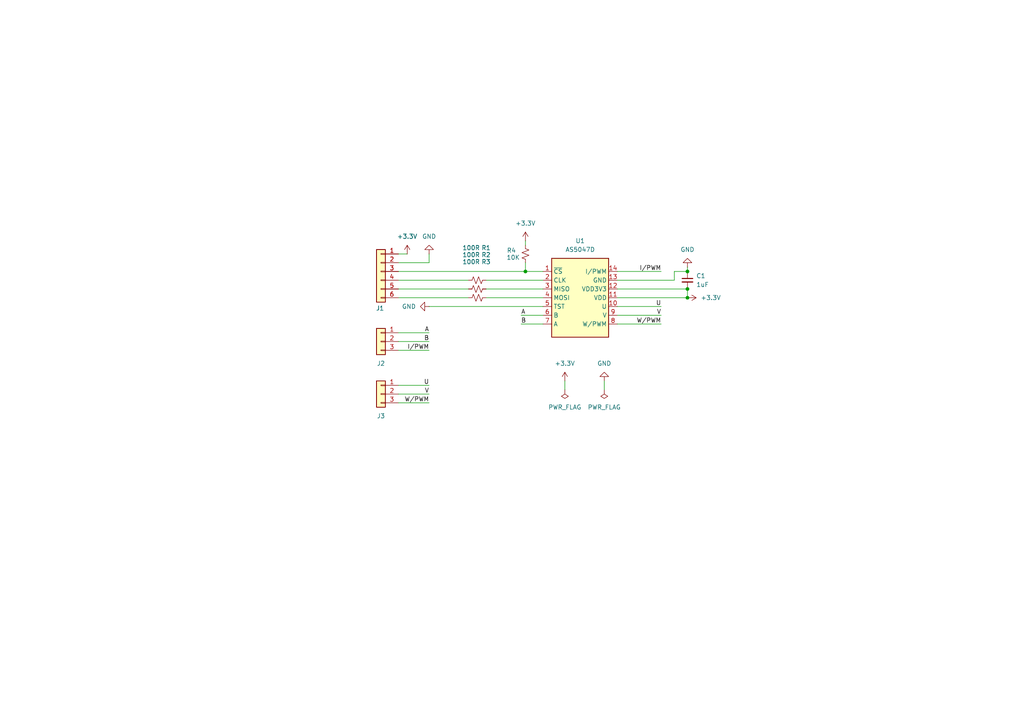
<source format=kicad_sch>
(kicad_sch (version 20231120) (generator "eeschema") (generator_version "8.0")
  (paper "A4")
  (lib_symbols
    (symbol "Connector_Generic:Conn_01x03" (pin_names (offset 1.016) hide)
      (property "Reference" "J" (at 0 5.08 0))
      (property "Value" "Conn_01x03" (at 0 -5.08 0))
      (symbol "Conn_01x03_1_1"
        (rectangle (start -1.27 -2.413) (end 0 -2.667) (stroke (width 0.1524)))
        (rectangle (start -1.27 0.127) (end 0 -0.127) (stroke (width 0.1524)))
        (rectangle (start -1.27 2.667) (end 0 2.413) (stroke (width 0.1524)))
        (rectangle (start -1.27 3.81) (end 1.27 -3.81) (stroke (width 0.254)) (fill (type background)))
        (pin passive line (at -5.08 2.54 0) (length 3.81) (name "Pin_1") (number "1"))
        (pin passive line (at -5.08 0 0) (length 3.81) (name "Pin_2") (number "2"))
        (pin passive line (at -5.08 -2.54 0) (length 3.81) (name "Pin_3") (number "3"))
      )
    )
    (symbol "Connector_Generic:Conn_01x06" (pin_names (offset 1.016) hide)
      (property "Reference" "J" (at 0 7.62 0))
      (property "Value" "Conn_01x06" (at 0 -10.16 0))
      (symbol "Conn_01x06_1_1"
        (rectangle (start -1.27 -7.493) (end 0 -7.747) (stroke (width 0.1524)))
        (rectangle (start -1.27 -4.953) (end 0 -5.207) (stroke (width 0.1524)))
        (rectangle (start -1.27 -2.413) (end 0 -2.667) (stroke (width 0.1524)))
        (rectangle (start -1.27 0.127) (end 0 -0.127) (stroke (width 0.1524)))
        (rectangle (start -1.27 2.667) (end 0 2.413) (stroke (width 0.1524)))
        (rectangle (start -1.27 5.207) (end 0 4.953) (stroke (width 0.1524)))
        (rectangle (start -1.27 6.35) (end 1.27 -8.89) (stroke (width 0.254)) (fill (type background)))
        (pin passive line (at -5.08 5.08 0) (length 3.81) (name "Pin_1") (number "1"))
        (pin passive line (at -5.08 2.54 0) (length 3.81) (name "Pin_2") (number "2"))
        (pin passive line (at -5.08 0 0) (length 3.81) (name "Pin_3") (number "3"))
        (pin passive line (at -5.08 -2.54 0) (length 3.81) (name "Pin_4") (number "4"))
        (pin passive line (at -5.08 -5.08 0) (length 3.81) (name "Pin_5") (number "5"))
        (pin passive line (at -5.08 -7.62 0) (length 3.81) (name "Pin_6") (number "6"))
      )
    )
    (symbol "Device:C_Small" (pin_numbers hide) (pin_names (offset 0.254) hide)
      (property "Reference" "C" (at 0.254 1.778 0))
      (property "Value" "C_Small" (at 0.254 -2.032 0))
      (symbol "C_Small_0_1"
        (polyline (pts (xy -1.524 -0.508) (xy 1.524 -0.508)) (stroke (width 0.3302)))
        (polyline (pts (xy -1.524 0.508) (xy 1.524 0.508)) (stroke (width 0.3048)))
      )
      (symbol "C_Small_1_1"
        (pin passive line (at 0 2.54 270) (length 2.032) (name "~") (number "1"))
        (pin passive line (at 0 -2.54 90) (length 2.032) (name "~") (number "2"))
      )
    )
    (symbol "Device:R_Small_US" (pin_numbers hide) (pin_names (offset 0.254) hide)
      (property "Reference" "R" (at 0.762 0.508 0))
      (property "Value" "R_Small_US" (at 0.762 -1.016 0))
      (symbol "R_Small_US_1_1"
        (polyline (pts (xy 0 0) (xy 1.016 -0.381) (xy 0 -0.762) (xy -1.016 -1.143) (xy 0 -1.524)))
        (polyline (pts (xy 0 1.524) (xy 1.016 1.143) (xy 0 0.762) (xy -1.016 0.381) (xy 0 0)))
        (pin passive line (at 0 2.54 270) (length 1.016) (name "~") (number "1"))
        (pin passive line (at 0 -2.54 90) (length 1.016) (name "~") (number "2"))
      )
    )
    (symbol "User_Sensor:AS5047D"
      (property "Reference" "U" (at -8.89 13.716 0))
      (property "Value" "AS5047D" (at -5.842 -14.732 0))
      (symbol "AS5047D_1_1"
        (rectangle (start -10.16 11.43) (end 6.35 -11.43) (stroke (width 0.254)) (fill (type background)))
        (pin input line (at -12.7 7.62 0) (length 2.54) (name "~{CS}") (number "1"))
        (pin output line (at 8.89 -2.54 180) (length 2.54) (name "U") (number "10"))
        (pin power_in line (at 8.89 0 180) (length 2.54) (name "VDD") (number "11"))
        (pin power_in line (at 8.89 2.54 180) (length 2.54) (name "VDD3V3") (number "12"))
        (pin power_in line (at 8.89 5.08 180) (length 2.54) (name "GND") (number "13"))
        (pin output line (at 8.89 7.62 180) (length 2.54) (name "I/PWM") (number "14"))
        (pin input line (at -12.7 5.08 0) (length 2.54) (name "CLK") (number "2"))
        (pin output line (at -12.7 2.54 0) (length 2.54) (name "MISO") (number "3"))
        (pin input line (at -12.7 0 0) (length 2.54) (name "MOSI") (number "4"))
        (pin input line (at -12.7 -2.54 0) (length 2.54) (name "TST") (number "5"))
        (pin output line (at -12.7 -5.08 0) (length 2.54) (name "B") (number "6"))
        (pin output line (at -12.7 -7.62 0) (length 2.54) (name "A") (number "7"))
        (pin output line (at 8.89 -7.62 180) (length 2.54) (name "W/PWM") (number "8"))
        (pin output line (at 8.89 -5.08 180) (length 2.54) (name "V") (number "9"))
      )
    )
    (symbol "power:+3.3V" (power) (pin_numbers hide) (pin_names (offset 0) hide)
      (property "Value" "+3.3V" (at 0 3.556 0))
      (symbol "+3.3V_0_1"
        (polyline (pts (xy -0.762 1.27) (xy 0 2.54)))
        (polyline (pts (xy 0 0) (xy 0 2.54)))
        (polyline (pts (xy 0 2.54) (xy 0.762 1.27)))
      )
      (symbol "+3.3V_1_1"
        (pin power_in line (at 0 0 90) (length 0) (name "~") (number "1"))
      )
    )
    (symbol "power:GND" (power) (pin_numbers hide) (pin_names (offset 0) hide)
      (property "Value" "GND" (at 0 -3.81 0))
      (symbol "GND_0_1"
        (polyline (pts (xy 0 0) (xy 0 -1.27) (xy 1.27 -1.27) (xy 0 -2.54) (xy -1.27 -1.27) (xy 0 -1.27)))
      )
      (symbol "GND_1_1"
        (pin power_in line (at 0 0 270) (length 0) (name "~") (number "1"))
      )
    )
    (symbol "power:PWR_FLAG" (power) (pin_numbers hide) (pin_names (offset 0) hide)
      (property "Value" "PWR_FLAG" (at 0 3.81 0))
      (symbol "PWR_FLAG_0_0"
        (pin power_out line (at 0 0 90) (length 0) (name "~") (number "1"))
      )
      (symbol "PWR_FLAG_0_1"
        (polyline (pts (xy 0 0) (xy 0 1.27) (xy -1.016 1.905) (xy 0 2.54) (xy 1.016 1.905) (xy 0 1.27)))
      )
    )
  )
  (junction (at 152.4 78.74))
  (junction (at 199.39 86.36))
  (junction (at 199.39 83.82))
  (junction (at 199.39 78.74))
  (wire (pts (xy 199.39 77.47) (xy 199.39 78.74)))
  (wire (pts (xy 195.58 81.28) (xy 195.58 78.74)))
  (wire (pts (xy 115.57 96.52) (xy 124.46 96.52)))
  (wire (pts (xy 115.57 111.76) (xy 124.46 111.76)))
  (wire (pts (xy 179.07 78.74) (xy 191.77 78.74)))
  (wire (pts (xy 179.07 86.36) (xy 199.39 86.36)))
  (wire (pts (xy 115.57 83.82) (xy 135.89 83.82)))
  (wire (pts (xy 175.26 110.49) (xy 175.26 113.03)))
  (wire (pts (xy 152.4 76.2) (xy 152.4 78.74)))
  (wire (pts (xy 152.4 69.85) (xy 152.4 71.12)))
  (wire (pts (xy 115.57 81.28) (xy 135.89 81.28)))
  (wire (pts (xy 151.13 93.98) (xy 157.48 93.98)))
  (wire (pts (xy 179.07 83.82) (xy 199.39 83.82)))
  (wire (pts (xy 115.57 99.06) (xy 124.46 99.06)))
  (wire (pts (xy 115.57 76.2) (xy 124.46 76.2)))
  (wire (pts (xy 152.4 78.74) (xy 157.48 78.74)))
  (wire (pts (xy 115.57 86.36) (xy 135.89 86.36)))
  (wire (pts (xy 115.57 116.84) (xy 124.46 116.84)))
  (wire (pts (xy 179.07 88.9) (xy 191.77 88.9)))
  (wire (pts (xy 151.13 91.44) (xy 157.48 91.44)))
  (wire (pts (xy 140.97 83.82) (xy 157.48 83.82)))
  (wire (pts (xy 163.83 110.49) (xy 163.83 113.03)))
  (wire (pts (xy 124.46 76.2) (xy 124.46 73.66)))
  (wire (pts (xy 179.07 93.98) (xy 191.77 93.98)))
  (wire (pts (xy 115.57 114.3) (xy 124.46 114.3)))
  (wire (pts (xy 140.97 81.28) (xy 157.48 81.28)))
  (wire (pts (xy 179.07 91.44) (xy 191.77 91.44)))
  (wire (pts (xy 115.57 101.6) (xy 124.46 101.6)))
  (wire (pts (xy 179.07 81.28) (xy 195.58 81.28)))
  (wire (pts (xy 115.57 73.66) (xy 118.11 73.66)))
  (wire (pts (xy 124.46 88.9) (xy 157.48 88.9)))
  (wire (pts (xy 115.57 78.74) (xy 152.4 78.74)))
  (wire (pts (xy 140.97 86.36) (xy 157.48 86.36)))
  (wire (pts (xy 195.58 78.74) (xy 199.39 78.74)))
  (wire (pts (xy 199.39 86.36) (xy 199.39 83.82)))
  (label "I{slash}PWM" (at 191.77 78.74 180))
  (label "B" (at 151.13 93.98 0))
  (label "V" (at 191.77 91.44 180))
  (label "A" (at 151.13 91.44 0))
  (label "B" (at 124.46 99.06 180))
  (label "W{slash}PWM" (at 191.77 93.98 180))
  (label "W{slash}PWM" (at 124.46 116.84 180))
  (label "I{slash}PWM" (at 124.46 101.6 180))
  (label "V" (at 124.46 114.3 180))
  (label "U" (at 191.77 88.9 180))
  (label "A" (at 124.46 96.52 180))
  (label "U" (at 124.46 111.76 180))
  (symbol (lib_id "power:GND") (at 124.46 73.66 180) (unit 1)
    (property "Reference" "#PWR02" (effects (hide yes)))
    (property "Value" "GND" (at 124.46 68.58 0))
    (property "Description" "Power symbol creates a global label with name \"GND\" , ground" (effects (hide yes)))
  )
  (symbol (lib_id "power:PWR_FLAG") (at 175.26 113.03 180) (unit 1)
    (property "Reference" "#FLG02" (effects (hide yes)))
    (property "Value" "PWR_FLAG" (at 175.26 118.11 0))
    (property "Description" "Special symbol for telling ERC where power comes from" (effects (hide yes)))
  )
  (symbol (lib_id "power:PWR_FLAG") (at 163.83 113.03 180) (unit 1)
    (property "Reference" "#FLG01" (effects (hide yes)))
    (property "Value" "PWR_FLAG" (at 163.83 118.11 0))
    (property "Description" "Special symbol for telling ERC where power comes from" (effects (hide yes)))
  )
  (symbol (lib_id "power:+3.3V") (at 152.4 69.85 0) (unit 1)
    (property "Reference" "#PWR04" (effects (hide yes)))
    (property "Value" "+3.3V" (at 152.4 64.77 0))
    (property "Description" "Power symbol creates a global label with name \"+3.3V\"" (effects (hide yes)))
  )
  (symbol (lib_id "Connector_Generic:Conn_01x06") (at 110.49 78.74 0) (mirror y) (unit 1)
    (property "Reference" "J1" (at 110.236 89.408 0))
    (property "Value" "Conn_01x06" (effects (hide yes)))
    (property "Footprint" "Connector_PinHeader_1.27mm:PinHeader_1x06_P1.27mm_Horizontal" (effects (hide yes)))
    (property "Description" "Generic connector, single row, 01x06, script generated (kicad-library-utils/schlib/autogen/connector/)" (effects (hide yes)))
  )
  (symbol (lib_id "User_Sensor:AS5047D") (at 170.18 86.36 0) (unit 1)
    (property "Reference" "U1" (at 168.275 69.85 0))
    (property "Value" "AS5047D" (at 168.275 72.39 0))
    (property "Footprint" "Package_SO:TSSOP-14_4.4x5mm_P0.65mm" (effects (hide yes)))
    (property "Datasheet" "https://ams.com/documents/20143/36005/AS5047D_DS000394_2-00.pdf" (effects (hide yes)))
    (property "Description" "On-Axis Magnetic Position Sensor, 14-bit, PWM Output, ABI Output, UVW Output, SPI Interface, TSSOP-14" (effects (hide yes)))
  )
  (symbol (lib_id "power:GND") (at 175.26 110.49 180) (unit 1)
    (property "Reference" "#PWR06" (effects (hide yes)))
    (property "Value" "GND" (at 175.26 105.41 0))
    (property "Description" "Power symbol creates a global label with name \"GND\" , ground" (effects (hide yes)))
  )
  (symbol (lib_id "Device:R_Small_US") (at 138.43 86.36 90) (unit 1)
    (property "Reference" "R3" (at 140.97 75.946 90))
    (property "Value" "100R" (at 136.652 75.946 90))
    (property "Footprint" "Resistor_SMD:R_0603_1608Metric_Pad0.98x0.95mm_HandSolder" (effects (hide yes)))
    (property "Description" "Resistor, small US symbol" (effects (hide yes)))
  )
  (symbol (lib_id "Connector_Generic:Conn_01x03") (at 110.49 114.3 0) (mirror y) (unit 1)
    (property "Reference" "J3" (at 110.49 120.65 0))
    (property "Value" "Conn_01x03" (effects (hide yes)))
    (property "Footprint" "Connector_PinHeader_1.27mm:PinHeader_1x03_P1.27mm_Horizontal" (effects (hide yes)))
    (property "Description" "Generic connector, single row, 01x03, script generated (kicad-library-utils/schlib/autogen/connector/)" (effects (hide yes)))
  )
  (symbol (lib_id "Device:C_Small") (at 199.39 81.28 0) (unit 1)
    (property "Reference" "C1" (at 201.93 80.0162 0) (effects (justify left)))
    (property "Value" "1uF" (at 201.93 82.5562 0) (effects (justify left)))
    (property "Footprint" "Capacitor_SMD:C_0603_1608Metric" (effects (hide yes)))
    (property "Description" "Unpolarized capacitor, small symbol" (effects (hide yes)))
  )
  (symbol (lib_id "power:GND") (at 199.39 77.47 180) (unit 1)
    (property "Reference" "#PWR07" (effects (hide yes)))
    (property "Value" "GND" (at 199.39 72.39 0))
    (property "Description" "Power symbol creates a global label with name \"GND\" , ground" (effects (hide yes)))
  )
  (symbol (lib_id "Device:R_Small_US") (at 138.43 83.82 90) (unit 1)
    (property "Reference" "R2" (at 140.97 73.914 90))
    (property "Value" "100R" (at 136.652 73.914 90))
    (property "Footprint" "Resistor_SMD:R_0603_1608Metric_Pad0.98x0.95mm_HandSolder" (effects (hide yes)))
    (property "Description" "Resistor, small US symbol" (effects (hide yes)))
  )
  (symbol (lib_id "Connector_Generic:Conn_01x03") (at 110.49 99.06 0) (mirror y) (unit 1)
    (property "Reference" "J2" (at 110.49 105.41 0))
    (property "Value" "Conn_01x03" (effects (hide yes)))
    (property "Footprint" "Connector_PinHeader_1.27mm:PinHeader_1x03_P1.27mm_Horizontal" (effects (hide yes)))
    (property "Description" "Generic connector, single row, 01x03, script generated (kicad-library-utils/schlib/autogen/connector/)" (effects (hide yes)))
  )
  (symbol (lib_id "power:+3.3V") (at 163.83 110.49 0) (unit 1)
    (property "Reference" "#PWR05" (effects (hide yes)))
    (property "Value" "+3.3V" (at 163.83 105.41 0))
    (property "Description" "Power symbol creates a global label with name \"+3.3V\"" (effects (hide yes)))
  )
  (symbol (lib_id "power:GND") (at 124.46 88.9 270) (unit 1)
    (property "Reference" "#PWR03" (effects (hide yes)))
    (property "Value" "GND" (at 120.65 88.8999 90) (effects (justify right)))
    (property "Description" "Power symbol creates a global label with name \"GND\" , ground" (effects (hide yes)))
  )
  (symbol (lib_id "power:+3.3V") (at 118.11 73.66 0) (unit 1)
    (property "Reference" "#PWR01" (effects (hide yes)))
    (property "Value" "+3.3V" (at 118.11 68.58 0))
    (property "Description" "Power symbol creates a global label with name \"+3.3V\"" (effects (hide yes)))
  )
  (symbol (lib_id "Device:R_Small_US") (at 152.4 73.66 180) (unit 1)
    (property "Reference" "R4" (at 148.336 72.644 0))
    (property "Value" "10K" (at 148.844 74.676 0))
    (property "Footprint" "Resistor_SMD:R_0603_1608Metric_Pad0.98x0.95mm_HandSolder" (effects (hide yes)))
    (property "Description" "Resistor, small US symbol" (effects (hide yes)))
  )
  (symbol (lib_id "power:+3.3V") (at 199.39 86.36 270) (unit 1)
    (property "Reference" "#PWR08" (effects (hide yes)))
    (property "Value" "+3.3V" (at 203.2 86.3599 90) (effects (justify left)))
    (property "Description" "Power symbol creates a global label with name \"+3.3V\"" (effects (hide yes)))
  )
  (symbol (lib_id "Device:R_Small_US") (at 138.43 81.28 90) (unit 1)
    (property "Reference" "R1" (at 140.97 71.882 90))
    (property "Value" "100R" (at 136.652 71.882 90))
    (property "Footprint" "Resistor_SMD:R_0603_1608Metric_Pad0.98x0.95mm_HandSolder" (effects (hide yes)))
    (property "Description" "Resistor, small US symbol" (effects (hide yes)))
  )
)
</source>
